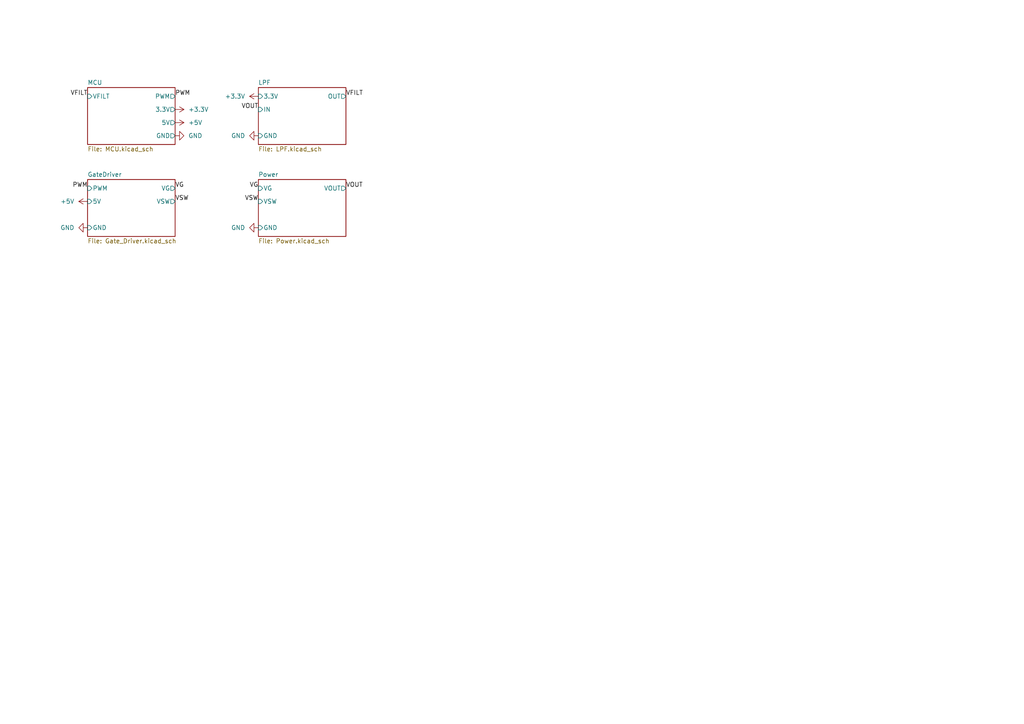
<source format=kicad_sch>
(kicad_sch
	(version 20231120)
	(generator "eeschema")
	(generator_version "8.0")
	(uuid "88f06d5c-7944-4639-9728-52fd37ec4de1")
	(paper "A4")
	(title_block
		(title "Nuclear Buck Converter")
		(date "2025-02-24")
		(rev "1")
		(company "University of Windsor")
		(comment 1 "Sahana Jayatilaka")
		(comment 2 "Gavin Feher")
		(comment 3 "Collin O'Brien")
	)
	(lib_symbols
		(symbol "power:+3.3V"
			(power)
			(pin_numbers hide)
			(pin_names
				(offset 0) hide)
			(exclude_from_sim no)
			(in_bom yes)
			(on_board yes)
			(property "Reference" "#PWR"
				(at 0 -3.81 0)
				(effects
					(font
						(size 1.27 1.27)
					)
					(hide yes)
				)
			)
			(property "Value" "+3.3V"
				(at 0 3.556 0)
				(effects
					(font
						(size 1.27 1.27)
					)
				)
			)
			(property "Footprint" ""
				(at 0 0 0)
				(effects
					(font
						(size 1.27 1.27)
					)
					(hide yes)
				)
			)
			(property "Datasheet" ""
				(at 0 0 0)
				(effects
					(font
						(size 1.27 1.27)
					)
					(hide yes)
				)
			)
			(property "Description" "Power symbol creates a global label with name \"+3.3V\""
				(at 0 0 0)
				(effects
					(font
						(size 1.27 1.27)
					)
					(hide yes)
				)
			)
			(property "ki_keywords" "global power"
				(at 0 0 0)
				(effects
					(font
						(size 1.27 1.27)
					)
					(hide yes)
				)
			)
			(symbol "+3.3V_0_1"
				(polyline
					(pts
						(xy -0.762 1.27) (xy 0 2.54)
					)
					(stroke
						(width 0)
						(type default)
					)
					(fill
						(type none)
					)
				)
				(polyline
					(pts
						(xy 0 0) (xy 0 2.54)
					)
					(stroke
						(width 0)
						(type default)
					)
					(fill
						(type none)
					)
				)
				(polyline
					(pts
						(xy 0 2.54) (xy 0.762 1.27)
					)
					(stroke
						(width 0)
						(type default)
					)
					(fill
						(type none)
					)
				)
			)
			(symbol "+3.3V_1_1"
				(pin power_in line
					(at 0 0 90)
					(length 0)
					(name "~"
						(effects
							(font
								(size 1.27 1.27)
							)
						)
					)
					(number "1"
						(effects
							(font
								(size 1.27 1.27)
							)
						)
					)
				)
			)
		)
		(symbol "power:+5V"
			(power)
			(pin_numbers hide)
			(pin_names
				(offset 0) hide)
			(exclude_from_sim no)
			(in_bom yes)
			(on_board yes)
			(property "Reference" "#PWR"
				(at 0 -3.81 0)
				(effects
					(font
						(size 1.27 1.27)
					)
					(hide yes)
				)
			)
			(property "Value" "+5V"
				(at 0 3.556 0)
				(effects
					(font
						(size 1.27 1.27)
					)
				)
			)
			(property "Footprint" ""
				(at 0 0 0)
				(effects
					(font
						(size 1.27 1.27)
					)
					(hide yes)
				)
			)
			(property "Datasheet" ""
				(at 0 0 0)
				(effects
					(font
						(size 1.27 1.27)
					)
					(hide yes)
				)
			)
			(property "Description" "Power symbol creates a global label with name \"+5V\""
				(at 0 0 0)
				(effects
					(font
						(size 1.27 1.27)
					)
					(hide yes)
				)
			)
			(property "ki_keywords" "global power"
				(at 0 0 0)
				(effects
					(font
						(size 1.27 1.27)
					)
					(hide yes)
				)
			)
			(symbol "+5V_0_1"
				(polyline
					(pts
						(xy -0.762 1.27) (xy 0 2.54)
					)
					(stroke
						(width 0)
						(type default)
					)
					(fill
						(type none)
					)
				)
				(polyline
					(pts
						(xy 0 0) (xy 0 2.54)
					)
					(stroke
						(width 0)
						(type default)
					)
					(fill
						(type none)
					)
				)
				(polyline
					(pts
						(xy 0 2.54) (xy 0.762 1.27)
					)
					(stroke
						(width 0)
						(type default)
					)
					(fill
						(type none)
					)
				)
			)
			(symbol "+5V_1_1"
				(pin power_in line
					(at 0 0 90)
					(length 0)
					(name "~"
						(effects
							(font
								(size 1.27 1.27)
							)
						)
					)
					(number "1"
						(effects
							(font
								(size 1.27 1.27)
							)
						)
					)
				)
			)
		)
		(symbol "power:GND"
			(power)
			(pin_numbers hide)
			(pin_names
				(offset 0) hide)
			(exclude_from_sim no)
			(in_bom yes)
			(on_board yes)
			(property "Reference" "#PWR"
				(at 0 -6.35 0)
				(effects
					(font
						(size 1.27 1.27)
					)
					(hide yes)
				)
			)
			(property "Value" "GND"
				(at 0 -3.81 0)
				(effects
					(font
						(size 1.27 1.27)
					)
				)
			)
			(property "Footprint" ""
				(at 0 0 0)
				(effects
					(font
						(size 1.27 1.27)
					)
					(hide yes)
				)
			)
			(property "Datasheet" ""
				(at 0 0 0)
				(effects
					(font
						(size 1.27 1.27)
					)
					(hide yes)
				)
			)
			(property "Description" "Power symbol creates a global label with name \"GND\" , ground"
				(at 0 0 0)
				(effects
					(font
						(size 1.27 1.27)
					)
					(hide yes)
				)
			)
			(property "ki_keywords" "global power"
				(at 0 0 0)
				(effects
					(font
						(size 1.27 1.27)
					)
					(hide yes)
				)
			)
			(symbol "GND_0_1"
				(polyline
					(pts
						(xy 0 0) (xy 0 -1.27) (xy 1.27 -1.27) (xy 0 -2.54) (xy -1.27 -1.27) (xy 0 -1.27)
					)
					(stroke
						(width 0)
						(type default)
					)
					(fill
						(type none)
					)
				)
			)
			(symbol "GND_1_1"
				(pin power_in line
					(at 0 0 270)
					(length 0)
					(name "~"
						(effects
							(font
								(size 1.27 1.27)
							)
						)
					)
					(number "1"
						(effects
							(font
								(size 1.27 1.27)
							)
						)
					)
				)
			)
		)
	)
	(label "VSW"
		(at 74.93 58.42 180)
		(fields_autoplaced yes)
		(effects
			(font
				(size 1.27 1.27)
			)
			(justify right bottom)
		)
		(uuid "3050fef7-d156-4267-a161-9f797c2039e8")
	)
	(label "PWM"
		(at 50.8 27.94 0)
		(fields_autoplaced yes)
		(effects
			(font
				(size 1.27 1.27)
			)
			(justify left bottom)
		)
		(uuid "68836f62-99f5-4865-9ae1-c9f202b9c706")
	)
	(label "PWM"
		(at 25.4 54.61 180)
		(fields_autoplaced yes)
		(effects
			(font
				(size 1.27 1.27)
			)
			(justify right bottom)
		)
		(uuid "6ea09ed2-69e8-4c3c-86a6-3becf22b2a07")
	)
	(label "VFILT"
		(at 100.33 27.94 0)
		(fields_autoplaced yes)
		(effects
			(font
				(size 1.27 1.27)
			)
			(justify left bottom)
		)
		(uuid "7de05a3f-20dc-454d-a3ee-de7318ca19af")
	)
	(label "VG"
		(at 74.93 54.61 180)
		(fields_autoplaced yes)
		(effects
			(font
				(size 1.27 1.27)
			)
			(justify right bottom)
		)
		(uuid "8eb6fd72-481b-4b4e-870a-8736645feb1d")
	)
	(label "VFILT"
		(at 25.4 27.94 180)
		(fields_autoplaced yes)
		(effects
			(font
				(size 1.27 1.27)
			)
			(justify right bottom)
		)
		(uuid "990ee144-1788-4623-8dfc-cbef94293f7f")
	)
	(label "VOUT"
		(at 74.93 31.75 180)
		(fields_autoplaced yes)
		(effects
			(font
				(size 1.27 1.27)
			)
			(justify right bottom)
		)
		(uuid "9cad7481-322f-4a2c-8700-4253a14745e0")
	)
	(label "VG"
		(at 50.8 54.61 0)
		(fields_autoplaced yes)
		(effects
			(font
				(size 1.27 1.27)
			)
			(justify left bottom)
		)
		(uuid "a48ed049-8ba6-4b63-8f58-1f2ce0a766de")
	)
	(label "VSW"
		(at 50.8 58.42 0)
		(fields_autoplaced yes)
		(effects
			(font
				(size 1.27 1.27)
			)
			(justify left bottom)
		)
		(uuid "bc0e93cf-601f-4f2c-8abf-016348a0d872")
	)
	(label "VOUT"
		(at 100.33 54.61 0)
		(fields_autoplaced yes)
		(effects
			(font
				(size 1.27 1.27)
			)
			(justify left bottom)
		)
		(uuid "cacf5712-0536-480c-bc09-66482a3f1bcc")
	)
	(symbol
		(lib_id "power:+5V")
		(at 50.8 35.56 270)
		(unit 1)
		(exclude_from_sim no)
		(in_bom yes)
		(on_board yes)
		(dnp no)
		(fields_autoplaced yes)
		(uuid "2040882a-1acf-432a-99fd-829d682116e6")
		(property "Reference" "#PWR07"
			(at 46.99 35.56 0)
			(effects
				(font
					(size 1.27 1.27)
				)
				(hide yes)
			)
		)
		(property "Value" "+5V"
			(at 54.61 35.5599 90)
			(effects
				(font
					(size 1.27 1.27)
				)
				(justify left)
			)
		)
		(property "Footprint" ""
			(at 50.8 35.56 0)
			(effects
				(font
					(size 1.27 1.27)
				)
				(hide yes)
			)
		)
		(property "Datasheet" ""
			(at 50.8 35.56 0)
			(effects
				(font
					(size 1.27 1.27)
				)
				(hide yes)
			)
		)
		(property "Description" "Power symbol creates a global label with name \"+5V\""
			(at 50.8 35.56 0)
			(effects
				(font
					(size 1.27 1.27)
				)
				(hide yes)
			)
		)
		(pin "1"
			(uuid "5261a6a3-17f5-4360-a733-5e039602ae7a")
		)
		(instances
			(project ""
				(path "/88f06d5c-7944-4639-9728-52fd37ec4de1"
					(reference "#PWR07")
					(unit 1)
				)
			)
		)
	)
	(symbol
		(lib_id "power:GND")
		(at 25.4 66.04 270)
		(unit 1)
		(exclude_from_sim no)
		(in_bom yes)
		(on_board yes)
		(dnp no)
		(fields_autoplaced yes)
		(uuid "24380c1f-d768-4b74-91a8-27427a17ded2")
		(property "Reference" "#PWR03"
			(at 19.05 66.04 0)
			(effects
				(font
					(size 1.27 1.27)
				)
				(hide yes)
			)
		)
		(property "Value" "GND"
			(at 21.59 66.0399 90)
			(effects
				(font
					(size 1.27 1.27)
				)
				(justify right)
			)
		)
		(property "Footprint" ""
			(at 25.4 66.04 0)
			(effects
				(font
					(size 1.27 1.27)
				)
				(hide yes)
			)
		)
		(property "Datasheet" ""
			(at 25.4 66.04 0)
			(effects
				(font
					(size 1.27 1.27)
				)
				(hide yes)
			)
		)
		(property "Description" "Power symbol creates a global label with name \"GND\" , ground"
			(at 25.4 66.04 0)
			(effects
				(font
					(size 1.27 1.27)
				)
				(hide yes)
			)
		)
		(pin "1"
			(uuid "c4cef5d6-865f-4d2c-aa79-d27e68807173")
		)
		(instances
			(project ""
				(path "/88f06d5c-7944-4639-9728-52fd37ec4de1"
					(reference "#PWR03")
					(unit 1)
				)
			)
		)
	)
	(symbol
		(lib_id "power:+3.3V")
		(at 74.93 27.94 90)
		(unit 1)
		(exclude_from_sim no)
		(in_bom yes)
		(on_board yes)
		(dnp no)
		(fields_autoplaced yes)
		(uuid "3bb8819b-522b-4960-ad14-93b2794b7fe6")
		(property "Reference" "#PWR06"
			(at 78.74 27.94 0)
			(effects
				(font
					(size 1.27 1.27)
				)
				(hide yes)
			)
		)
		(property "Value" "+3.3V"
			(at 71.12 27.9399 90)
			(effects
				(font
					(size 1.27 1.27)
				)
				(justify left)
			)
		)
		(property "Footprint" ""
			(at 74.93 27.94 0)
			(effects
				(font
					(size 1.27 1.27)
				)
				(hide yes)
			)
		)
		(property "Datasheet" ""
			(at 74.93 27.94 0)
			(effects
				(font
					(size 1.27 1.27)
				)
				(hide yes)
			)
		)
		(property "Description" "Power symbol creates a global label with name \"+3.3V\""
			(at 74.93 27.94 0)
			(effects
				(font
					(size 1.27 1.27)
				)
				(hide yes)
			)
		)
		(pin "1"
			(uuid "6a421e7b-32a9-4e7c-b425-cc90d5967f4f")
		)
		(instances
			(project ""
				(path "/88f06d5c-7944-4639-9728-52fd37ec4de1"
					(reference "#PWR06")
					(unit 1)
				)
			)
		)
	)
	(symbol
		(lib_id "power:GND")
		(at 74.93 66.04 270)
		(unit 1)
		(exclude_from_sim no)
		(in_bom yes)
		(on_board yes)
		(dnp no)
		(fields_autoplaced yes)
		(uuid "71cada43-0b44-4196-81cc-4cf9f2d40862")
		(property "Reference" "#PWR04"
			(at 68.58 66.04 0)
			(effects
				(font
					(size 1.27 1.27)
				)
				(hide yes)
			)
		)
		(property "Value" "GND"
			(at 71.12 66.0399 90)
			(effects
				(font
					(size 1.27 1.27)
				)
				(justify right)
			)
		)
		(property "Footprint" ""
			(at 74.93 66.04 0)
			(effects
				(font
					(size 1.27 1.27)
				)
				(hide yes)
			)
		)
		(property "Datasheet" ""
			(at 74.93 66.04 0)
			(effects
				(font
					(size 1.27 1.27)
				)
				(hide yes)
			)
		)
		(property "Description" "Power symbol creates a global label with name \"GND\" , ground"
			(at 74.93 66.04 0)
			(effects
				(font
					(size 1.27 1.27)
				)
				(hide yes)
			)
		)
		(pin "1"
			(uuid "6bb39159-0c39-4d0e-b733-2312d6f8ba95")
		)
		(instances
			(project ""
				(path "/88f06d5c-7944-4639-9728-52fd37ec4de1"
					(reference "#PWR04")
					(unit 1)
				)
			)
		)
	)
	(symbol
		(lib_id "power:GND")
		(at 50.8 39.37 90)
		(mirror x)
		(unit 1)
		(exclude_from_sim no)
		(in_bom yes)
		(on_board yes)
		(dnp no)
		(fields_autoplaced yes)
		(uuid "893a3b62-8732-4554-907e-9d604a1182aa")
		(property "Reference" "#PWR01"
			(at 57.15 39.37 0)
			(effects
				(font
					(size 1.27 1.27)
				)
				(hide yes)
			)
		)
		(property "Value" "GND"
			(at 54.61 39.3699 90)
			(effects
				(font
					(size 1.27 1.27)
				)
				(justify right)
			)
		)
		(property "Footprint" ""
			(at 50.8 39.37 0)
			(effects
				(font
					(size 1.27 1.27)
				)
				(hide yes)
			)
		)
		(property "Datasheet" ""
			(at 50.8 39.37 0)
			(effects
				(font
					(size 1.27 1.27)
				)
				(hide yes)
			)
		)
		(property "Description" "Power symbol creates a global label with name \"GND\" , ground"
			(at 50.8 39.37 0)
			(effects
				(font
					(size 1.27 1.27)
				)
				(hide yes)
			)
		)
		(pin "1"
			(uuid "67364d71-5813-48e7-b27c-da939dbecad8")
		)
		(instances
			(project ""
				(path "/88f06d5c-7944-4639-9728-52fd37ec4de1"
					(reference "#PWR01")
					(unit 1)
				)
			)
		)
	)
	(symbol
		(lib_id "power:+3.3V")
		(at 50.8 31.75 270)
		(unit 1)
		(exclude_from_sim no)
		(in_bom yes)
		(on_board yes)
		(dnp no)
		(fields_autoplaced yes)
		(uuid "d7c0d51c-6257-4871-ba75-2bf72cc3efa5")
		(property "Reference" "#PWR05"
			(at 46.99 31.75 0)
			(effects
				(font
					(size 1.27 1.27)
				)
				(hide yes)
			)
		)
		(property "Value" "+3.3V"
			(at 54.61 31.7499 90)
			(effects
				(font
					(size 1.27 1.27)
				)
				(justify left)
			)
		)
		(property "Footprint" ""
			(at 50.8 31.75 0)
			(effects
				(font
					(size 1.27 1.27)
				)
				(hide yes)
			)
		)
		(property "Datasheet" ""
			(at 50.8 31.75 0)
			(effects
				(font
					(size 1.27 1.27)
				)
				(hide yes)
			)
		)
		(property "Description" "Power symbol creates a global label with name \"+3.3V\""
			(at 50.8 31.75 0)
			(effects
				(font
					(size 1.27 1.27)
				)
				(hide yes)
			)
		)
		(pin "1"
			(uuid "d1395570-9a0a-4868-a74f-415e65bee451")
		)
		(instances
			(project ""
				(path "/88f06d5c-7944-4639-9728-52fd37ec4de1"
					(reference "#PWR05")
					(unit 1)
				)
			)
		)
	)
	(symbol
		(lib_id "power:GND")
		(at 74.93 39.37 270)
		(unit 1)
		(exclude_from_sim no)
		(in_bom yes)
		(on_board yes)
		(dnp no)
		(fields_autoplaced yes)
		(uuid "db5e2fea-fc8e-4cd6-8942-0795177b7073")
		(property "Reference" "#PWR02"
			(at 68.58 39.37 0)
			(effects
				(font
					(size 1.27 1.27)
				)
				(hide yes)
			)
		)
		(property "Value" "GND"
			(at 71.12 39.3699 90)
			(effects
				(font
					(size 1.27 1.27)
				)
				(justify right)
			)
		)
		(property "Footprint" ""
			(at 74.93 39.37 0)
			(effects
				(font
					(size 1.27 1.27)
				)
				(hide yes)
			)
		)
		(property "Datasheet" ""
			(at 74.93 39.37 0)
			(effects
				(font
					(size 1.27 1.27)
				)
				(hide yes)
			)
		)
		(property "Description" "Power symbol creates a global label with name \"GND\" , ground"
			(at 74.93 39.37 0)
			(effects
				(font
					(size 1.27 1.27)
				)
				(hide yes)
			)
		)
		(pin "1"
			(uuid "d1eb3156-1ce1-4876-bea2-507caa2de0dd")
		)
		(instances
			(project ""
				(path "/88f06d5c-7944-4639-9728-52fd37ec4de1"
					(reference "#PWR02")
					(unit 1)
				)
			)
		)
	)
	(symbol
		(lib_id "power:+5V")
		(at 25.4 58.42 90)
		(unit 1)
		(exclude_from_sim no)
		(in_bom yes)
		(on_board yes)
		(dnp no)
		(fields_autoplaced yes)
		(uuid "e2d8a387-af54-4be2-9d9d-27e2281ce90e")
		(property "Reference" "#PWR08"
			(at 29.21 58.42 0)
			(effects
				(font
					(size 1.27 1.27)
				)
				(hide yes)
			)
		)
		(property "Value" "+5V"
			(at 21.59 58.4199 90)
			(effects
				(font
					(size 1.27 1.27)
				)
				(justify left)
			)
		)
		(property "Footprint" ""
			(at 25.4 58.42 0)
			(effects
				(font
					(size 1.27 1.27)
				)
				(hide yes)
			)
		)
		(property "Datasheet" ""
			(at 25.4 58.42 0)
			(effects
				(font
					(size 1.27 1.27)
				)
				(hide yes)
			)
		)
		(property "Description" "Power symbol creates a global label with name \"+5V\""
			(at 25.4 58.42 0)
			(effects
				(font
					(size 1.27 1.27)
				)
				(hide yes)
			)
		)
		(pin "1"
			(uuid "bfa595f7-8cf3-463c-901f-361995d3cb8b")
		)
		(instances
			(project ""
				(path "/88f06d5c-7944-4639-9728-52fd37ec4de1"
					(reference "#PWR08")
					(unit 1)
				)
			)
		)
	)
	(sheet
		(at 25.4 52.07)
		(size 25.4 16.51)
		(fields_autoplaced yes)
		(stroke
			(width 0.1524)
			(type solid)
		)
		(fill
			(color 0 0 0 0.0000)
		)
		(uuid "41c6e0d7-a32f-4c87-878a-ff3fba03f775")
		(property "Sheetname" "GateDriver"
			(at 25.4 51.3584 0)
			(effects
				(font
					(size 1.27 1.27)
				)
				(justify left bottom)
			)
		)
		(property "Sheetfile" "Gate_Driver.kicad_sch"
			(at 25.4 69.1646 0)
			(effects
				(font
					(size 1.27 1.27)
				)
				(justify left top)
			)
		)
		(pin "5V" input
			(at 25.4 58.42 180)
			(effects
				(font
					(size 1.27 1.27)
				)
				(justify left)
			)
			(uuid "791f61ed-31f6-4802-b0ee-96439f45acb7")
		)
		(pin "PWM" input
			(at 25.4 54.61 180)
			(effects
				(font
					(size 1.27 1.27)
				)
				(justify left)
			)
			(uuid "b7b61667-71a2-4f89-ad99-88b707b00c98")
		)
		(pin "GND" input
			(at 25.4 66.04 180)
			(effects
				(font
					(size 1.27 1.27)
				)
				(justify left)
			)
			(uuid "2d5a4f86-5847-469c-8a23-b6b69f454091")
		)
		(pin "VG" output
			(at 50.8 54.61 0)
			(effects
				(font
					(size 1.27 1.27)
				)
				(justify right)
			)
			(uuid "42a88922-925c-4913-a076-be368b82ae6f")
		)
		(pin "VSW" output
			(at 50.8 58.42 0)
			(effects
				(font
					(size 1.27 1.27)
				)
				(justify right)
			)
			(uuid "ee5404df-6b82-4e43-9363-ca831d53d720")
		)
		(instances
			(project "Buck_PCB"
				(path "/88f06d5c-7944-4639-9728-52fd37ec4de1"
					(page "4")
				)
			)
		)
	)
	(sheet
		(at 74.93 52.07)
		(size 25.4 16.51)
		(fields_autoplaced yes)
		(stroke
			(width 0.1524)
			(type solid)
		)
		(fill
			(color 0 0 0 0.0000)
		)
		(uuid "527a7a2e-3277-4da8-84b1-08f60053e5eb")
		(property "Sheetname" "Power"
			(at 74.93 51.3584 0)
			(effects
				(font
					(size 1.27 1.27)
				)
				(justify left bottom)
			)
		)
		(property "Sheetfile" "Power.kicad_sch"
			(at 74.93 69.1646 0)
			(effects
				(font
					(size 1.27 1.27)
				)
				(justify left top)
			)
		)
		(pin "VSW" input
			(at 74.93 58.42 180)
			(effects
				(font
					(size 1.27 1.27)
				)
				(justify left)
			)
			(uuid "437ae8f2-fbe6-45f1-8a8e-b9d53599861f")
		)
		(pin "GND" input
			(at 74.93 66.04 180)
			(effects
				(font
					(size 1.27 1.27)
				)
				(justify left)
			)
			(uuid "1882746a-3c89-4f54-afc0-28d5088bc822")
		)
		(pin "VG" input
			(at 74.93 54.61 180)
			(effects
				(font
					(size 1.27 1.27)
				)
				(justify left)
			)
			(uuid "bc2cd7d9-93d5-470d-b8ac-1f575def4ab2")
		)
		(pin "VOUT" output
			(at 100.33 54.61 0)
			(effects
				(font
					(size 1.27 1.27)
				)
				(justify right)
			)
			(uuid "06f7d414-045d-40a7-a9dd-8a5e34ac6d8e")
		)
		(instances
			(project "Buck_PCB"
				(path "/88f06d5c-7944-4639-9728-52fd37ec4de1"
					(page "5")
				)
			)
		)
	)
	(sheet
		(at 25.4 25.4)
		(size 25.4 16.51)
		(fields_autoplaced yes)
		(stroke
			(width 0.1524)
			(type solid)
		)
		(fill
			(color 0 0 0 0.0000)
		)
		(uuid "707db050-5098-45f3-a503-8e19d206e6e5")
		(property "Sheetname" "MCU"
			(at 25.4 24.6884 0)
			(effects
				(font
					(size 1.27 1.27)
				)
				(justify left bottom)
			)
		)
		(property "Sheetfile" "MCU.kicad_sch"
			(at 25.4 42.4946 0)
			(effects
				(font
					(size 1.27 1.27)
				)
				(justify left top)
			)
		)
		(pin "5V" output
			(at 50.8 35.56 0)
			(effects
				(font
					(size 1.27 1.27)
				)
				(justify right)
			)
			(uuid "ca9a85d4-4c0a-4eb1-8757-182e3d2fc12f")
		)
		(pin "3.3V" output
			(at 50.8 31.75 0)
			(effects
				(font
					(size 1.27 1.27)
				)
				(justify right)
			)
			(uuid "c21c4197-875b-4ae7-8ecd-36a52660805e")
		)
		(pin "GND" output
			(at 50.8 39.37 0)
			(effects
				(font
					(size 1.27 1.27)
				)
				(justify right)
			)
			(uuid "c7bb6651-6855-4de7-a6ce-d91df74e0ec7")
		)
		(pin "PWM" output
			(at 50.8 27.94 0)
			(effects
				(font
					(size 1.27 1.27)
				)
				(justify right)
			)
			(uuid "154f49bf-c757-4e39-8d2a-99a64a132afc")
		)
		(pin "VFILT" input
			(at 25.4 27.94 180)
			(effects
				(font
					(size 1.27 1.27)
				)
				(justify left)
			)
			(uuid "d54abd27-8a03-4ec5-be01-183374efb6c7")
		)
		(instances
			(project "Buck_PCB"
				(path "/88f06d5c-7944-4639-9728-52fd37ec4de1"
					(page "2")
				)
			)
		)
	)
	(sheet
		(at 74.93 25.4)
		(size 25.4 16.51)
		(fields_autoplaced yes)
		(stroke
			(width 0.1524)
			(type solid)
		)
		(fill
			(color 0 0 0 0.0000)
		)
		(uuid "bbdc772a-6d03-4af7-bee3-a11034f3829f")
		(property "Sheetname" "LPF"
			(at 74.93 24.6884 0)
			(effects
				(font
					(size 1.27 1.27)
				)
				(justify left bottom)
			)
		)
		(property "Sheetfile" "LPF.kicad_sch"
			(at 74.93 42.4946 0)
			(effects
				(font
					(size 1.27 1.27)
				)
				(justify left top)
			)
		)
		(pin "OUT" output
			(at 100.33 27.94 0)
			(effects
				(font
					(size 1.27 1.27)
				)
				(justify right)
			)
			(uuid "a715872e-0af7-43cb-b038-9fbb37f7d8aa")
		)
		(pin "GND" input
			(at 74.93 39.37 180)
			(effects
				(font
					(size 1.27 1.27)
				)
				(justify left)
			)
			(uuid "3208ae98-dc07-4dad-8763-d2a9a2e50b64")
		)
		(pin "3.3V" input
			(at 74.93 27.94 180)
			(effects
				(font
					(size 1.27 1.27)
				)
				(justify left)
			)
			(uuid "1c3c5f79-dff3-4595-8336-a5c48e143238")
		)
		(pin "IN" input
			(at 74.93 31.75 180)
			(effects
				(font
					(size 1.27 1.27)
				)
				(justify left)
			)
			(uuid "4954de74-174e-4b98-9a44-89744a5e8ce4")
		)
		(instances
			(project "Buck_PCB"
				(path "/88f06d5c-7944-4639-9728-52fd37ec4de1"
					(page "3")
				)
			)
		)
	)
	(sheet_instances
		(path "/"
			(page "1")
		)
	)
)

</source>
